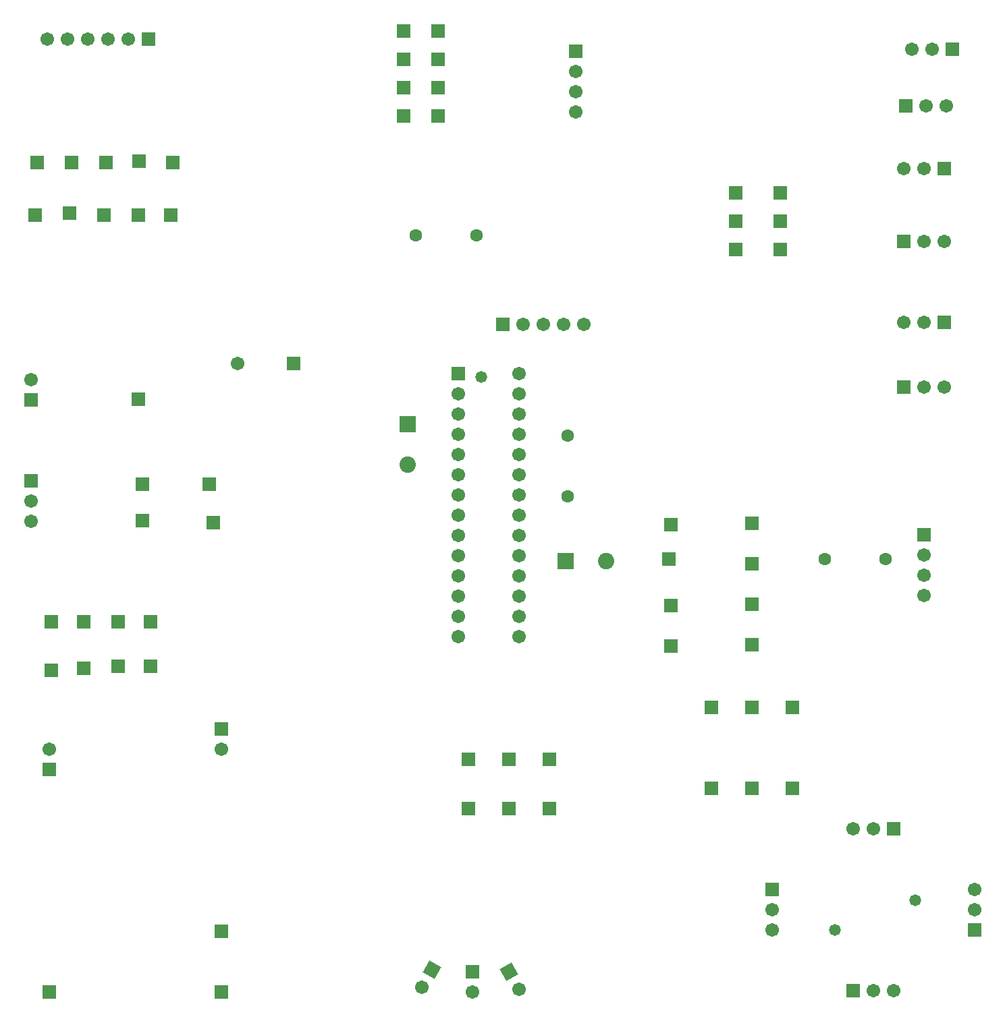
<source format=gbr>
G04 Layer_Color=16711935*
%FSLAX26Y26*%
%MOIN*%
%TF.FileFunction,Soldermask,Bot*%
%TF.Part,Single*%
G01*
G75*
%TA.AperFunction,ComponentPad*%
%ADD38R,0.067055X0.067055*%
%ADD39C,0.067055*%
%ADD40C,0.063118*%
%ADD41R,0.080835X0.080835*%
%ADD42C,0.080835*%
%ADD43R,0.067055X0.067055*%
%ADD44P,0.094830X4X345.0*%
%ADD45P,0.094830X4X285.0*%
%ADD46R,0.080835X0.080835*%
%TA.AperFunction,ViaPad*%
%ADD47C,0.058000*%
D38*
X1100000Y80000D02*
D03*
Y380000D02*
D03*
X250000Y80000D02*
D03*
X1100000Y1380000D02*
D03*
X690000Y3010000D02*
D03*
X250000Y1180000D02*
D03*
X2320000Y1230000D02*
D03*
X3860000Y3750000D02*
D03*
Y4030000D02*
D03*
X3640000D02*
D03*
X3860000Y3890000D02*
D03*
X3640000Y3750000D02*
D03*
X2850000Y4730000D02*
D03*
X2170000Y4550000D02*
D03*
Y4830000D02*
D03*
Y4410000D02*
D03*
Y4690000D02*
D03*
X2000000Y4830000D02*
D03*
X260000Y1670000D02*
D03*
X420000Y1680000D02*
D03*
Y1910000D02*
D03*
X260000D02*
D03*
X2000000Y4690000D02*
D03*
Y4410000D02*
D03*
Y4550000D02*
D03*
X180000Y3920000D02*
D03*
X520000D02*
D03*
X850000D02*
D03*
X690000D02*
D03*
X350000Y3930000D02*
D03*
X750000Y1690000D02*
D03*
X590000D02*
D03*
X750000Y1910000D02*
D03*
X590000D02*
D03*
X530000Y4180000D02*
D03*
X695000Y4185000D02*
D03*
X860000Y4180000D02*
D03*
X2340000Y180000D02*
D03*
X4570000Y2340000D02*
D03*
X2720000Y1230000D02*
D03*
X3520000Y1485000D02*
D03*
X1040000Y2590000D02*
D03*
X1060000Y2400000D02*
D03*
X710000Y2590000D02*
D03*
X160000Y2605000D02*
D03*
X3920000Y1485000D02*
D03*
X710000Y2410000D02*
D03*
X3720000Y1485000D02*
D03*
X2520000Y1230000D02*
D03*
X3520000Y1085000D02*
D03*
X2320000Y985000D02*
D03*
X2720000D02*
D03*
X2520000D02*
D03*
X3640000Y3890000D02*
D03*
X160000Y3005000D02*
D03*
X3310000Y2220000D02*
D03*
X3320000Y2390000D02*
D03*
Y1790000D02*
D03*
Y1990000D02*
D03*
X4820000Y385000D02*
D03*
X3820000Y585000D02*
D03*
D39*
X1100000Y1280000D02*
D03*
X250000D02*
D03*
X4610000Y4740000D02*
D03*
X4510000D02*
D03*
X4580000Y4460000D02*
D03*
X4680000D02*
D03*
X4570000Y4150000D02*
D03*
X4470000D02*
D03*
X4570000Y3790000D02*
D03*
X4670000D02*
D03*
X4570000Y3390000D02*
D03*
X4470000D02*
D03*
X4570000Y3070000D02*
D03*
X4670000D02*
D03*
X2850000Y4430000D02*
D03*
Y4530000D02*
D03*
Y4630000D02*
D03*
X2270000Y3035000D02*
D03*
Y2935000D02*
D03*
Y2835000D02*
D03*
Y2735000D02*
D03*
Y2635000D02*
D03*
Y2535000D02*
D03*
Y2435000D02*
D03*
Y2335000D02*
D03*
Y2235000D02*
D03*
Y2135000D02*
D03*
Y2035000D02*
D03*
Y1935000D02*
D03*
Y1835000D02*
D03*
X2570000Y3135000D02*
D03*
Y3035000D02*
D03*
Y2935000D02*
D03*
Y2835000D02*
D03*
Y2735000D02*
D03*
Y2635000D02*
D03*
Y2535000D02*
D03*
Y2435000D02*
D03*
Y2335000D02*
D03*
Y2235000D02*
D03*
Y2135000D02*
D03*
Y2035000D02*
D03*
Y1935000D02*
D03*
Y1835000D02*
D03*
Y93398D02*
D03*
X2340000Y80000D02*
D03*
X2090000Y103398D02*
D03*
X4570000Y2040000D02*
D03*
Y2140000D02*
D03*
Y2240000D02*
D03*
X160000Y2505000D02*
D03*
Y2405000D02*
D03*
X640000Y4790000D02*
D03*
X540000D02*
D03*
X440000D02*
D03*
X340000D02*
D03*
X240000D02*
D03*
X160000Y3105000D02*
D03*
X2890000Y3380000D02*
D03*
X2790000D02*
D03*
X2690000D02*
D03*
X2590000D02*
D03*
X1180236Y3185000D02*
D03*
X4320000Y885000D02*
D03*
X4220000D02*
D03*
X4820000Y485000D02*
D03*
Y585000D02*
D03*
X4320000Y85000D02*
D03*
X4420000D02*
D03*
X3820000Y485000D02*
D03*
Y385000D02*
D03*
D40*
X2060000Y3820000D02*
D03*
X2360000D02*
D03*
X4080000Y2220000D02*
D03*
X4380000D02*
D03*
X2810000Y2830000D02*
D03*
Y2530000D02*
D03*
D41*
X2800000Y2210000D02*
D03*
D42*
X3000000D02*
D03*
X2020000Y2685000D02*
D03*
D43*
X4710000Y4740000D02*
D03*
X4480000Y4460000D02*
D03*
X4670000Y4150000D02*
D03*
X4470000Y3790000D02*
D03*
X4670000Y3390000D02*
D03*
X4470000Y3070000D02*
D03*
X2270000Y3135000D02*
D03*
X190000Y4180000D02*
D03*
X360000D02*
D03*
X3720000Y2395000D02*
D03*
Y1795000D02*
D03*
Y1995000D02*
D03*
Y2195000D02*
D03*
X3920000Y1085000D02*
D03*
X3720000D02*
D03*
X740000Y4790000D02*
D03*
X2490000Y3380000D02*
D03*
X1459764Y3185000D02*
D03*
X4420000Y885000D02*
D03*
X4220000Y85000D02*
D03*
D44*
X2520000Y180000D02*
D03*
D45*
X2140000Y190000D02*
D03*
D46*
X2020000Y2885000D02*
D03*
D47*
X4529000Y532000D02*
D03*
X4130000Y385000D02*
D03*
X2385000Y3120000D02*
D03*
%TF.MD5,2C1D8B8DD033BCC17C74620755C4A51B*%
M02*

</source>
